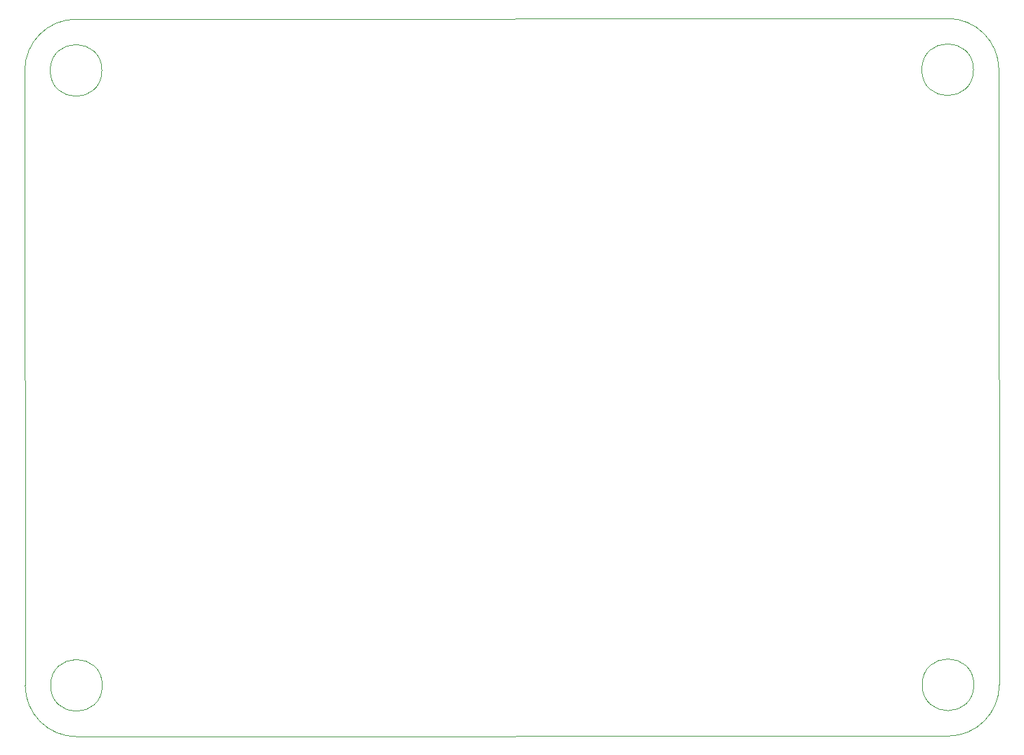
<source format=gm1>
G04 #@! TF.GenerationSoftware,KiCad,Pcbnew,8.0.1*
G04 #@! TF.CreationDate,2024-11-07T20:40:50-08:00*
G04 #@! TF.ProjectId,hope_final_project,686f7065-5f66-4696-9e61-6c5f70726f6a,rev?*
G04 #@! TF.SameCoordinates,Original*
G04 #@! TF.FileFunction,Profile,NP*
%FSLAX46Y46*%
G04 Gerber Fmt 4.6, Leading zero omitted, Abs format (unit mm)*
G04 Created by KiCad (PCBNEW 8.0.1) date 2024-11-07 20:40:50*
%MOMM*%
%LPD*%
G01*
G04 APERTURE LIST*
G04 #@! TA.AperFunction,Profile*
%ADD10C,0.100000*%
G04 #@! TD*
G04 APERTURE END LIST*
D10*
X92450000Y-141300000D02*
G75*
G02*
X86100000Y-134950000I0J6350000D01*
G01*
X206700000Y-58660000D02*
X206750000Y-134880000D01*
X86050000Y-58750000D02*
X86100000Y-134950000D01*
X200350000Y-52310000D02*
G75*
G02*
X206700000Y-58660000I0J-6350000D01*
G01*
X95653701Y-134950000D02*
G75*
G02*
X89246299Y-134950000I-3203701J0D01*
G01*
X89246299Y-134950000D02*
G75*
G02*
X95653701Y-134950000I3203701J0D01*
G01*
X203603701Y-134880000D02*
G75*
G02*
X197196299Y-134880000I-3203701J0D01*
G01*
X197196299Y-134880000D02*
G75*
G02*
X203603701Y-134880000I3203701J0D01*
G01*
X86050000Y-58750000D02*
G75*
G02*
X92400000Y-52400000I6350000J0D01*
G01*
X203553701Y-58660000D02*
G75*
G02*
X197146299Y-58660000I-3203701J0D01*
G01*
X197146299Y-58660000D02*
G75*
G02*
X203553701Y-58660000I3203701J0D01*
G01*
X206750000Y-134880000D02*
G75*
G02*
X200400000Y-141230000I-6350000J0D01*
G01*
X95603701Y-58750000D02*
G75*
G02*
X89196299Y-58750000I-3203701J0D01*
G01*
X89196299Y-58750000D02*
G75*
G02*
X95603701Y-58750000I3203701J0D01*
G01*
X92450000Y-141300000D02*
X200400000Y-141230000D01*
X92400000Y-52400000D02*
X200350000Y-52310000D01*
M02*

</source>
